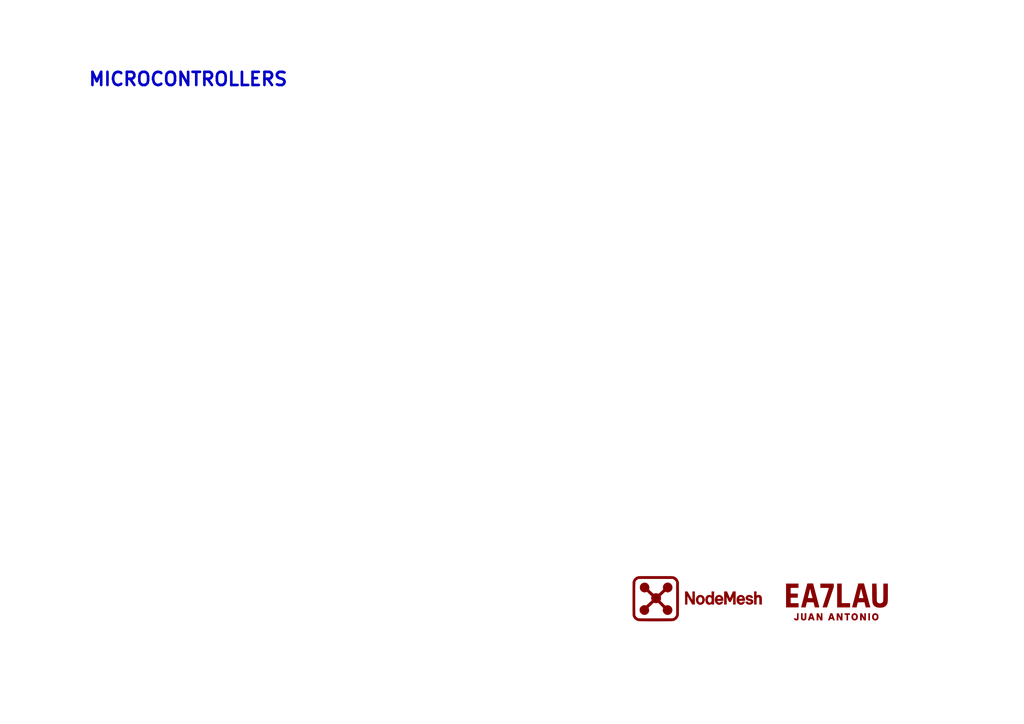
<source format=kicad_sch>
(kicad_sch (version 20250114) (generator "eeschema") (generator_version "9.0")
  (paper "A4")
  (title_block (title "NODEMESHPCB - MICROCONTROLLERS") (date "18/06/2025") (rev "v1.0"))
  (lib_symbols
    (symbol "EA7LAULogo2:LOGO" (pin_names (offset 1.016))
      (symbol "LOGO_0_0"
        (polyline (pts (xy -12.7697 -2.1376) (xy -10.9831 -2.1248) (xy -10.9832 -1.5631) (xy -10.9832 -1.0013) (xy -12.1347 -1.0013) (xy -13.2862 -1.0013) (xy -13.2862 -0.1587) (xy -13.2862 0.6839) (xy -12.2604 0.6839) (xy -11.2346 0.6839) (xy -11.2346 1.2456) (xy -11.2346 1.8073) (xy -12.2604 1.8073) (xy -13.2862 1.8073) (xy -13.2862 2.6612) (xy -13.2862 3.5151) (xy -12.1505 3.5283) (xy -11.0148 3.5414) (xy -11.0011 4.1153) (xy -10.9873 4.6892) (xy -12.7717 4.6892) (xy -14.5562 4.6892) (xy -14.5562 1.2694) (xy -14.5562 -2.1504) (xy -12.7697 -2.1376)) (stroke (width 0.01)) (fill (type outline)))
        (polyline (pts (xy -11.5521 -5.9315) (xy -11.4916 -5.9216) (xy -11.3652 -5.911) (xy -11.3447 -5.9081) (xy -11.2445 -5.8586) (xy -11.1332 -5.7676) (xy -10.9904 -5.6248) (xy -10.9904 -4.7633) (xy -10.9904 -3.9018) (xy -11.1736 -3.9169) (xy -11.3567 -3.9321) (xy -11.3703 -4.6858) (xy -11.3715 -4.7476) (xy -11.3814 -5.0385) (xy -11.3964 -5.27) (xy -11.4154 -5.4295) (xy -11.4373 -5.504) (xy -11.4542 -5.5216) (xy -11.5664 -5.5663) (xy -11.6975 -5.538) (xy -11.8155 -5.442) (xy -11.8209 -5.4351) (xy -11.8942 -5.3581) (xy -11.9681 -5.341) (xy -12.0877 -5.3725) (xy -12.1721 -5.401) (xy -12.2429 -5.4402) (xy -12.2443 -5.4994) (xy -12.1904 -5.6111) (xy -12.1343 -5.7055) (xy -12 -5.8371) (xy -11.8083 -5.9127) (xy -11.6683 -5.9341) (xy -11.5521 -5.9315)) (stroke (width 0.01)) (fill (type outline)))
        (polyline (pts (xy -9.3989 -5.9396) (xy -9.2583 -5.9058) (xy -9.2366 -5.8998) (xy -9.0559 -5.8196) (xy -8.907 -5.7073) (xy -8.7679 -5.5623) (xy -8.7525 -4.735) (xy -8.737 -3.9077) (xy -8.9356 -3.9077) (xy -9.1342 -3.9077) (xy -9.1342 -4.6192) (xy -9.1344 -4.7103) (xy -9.1388 -5.0036) (xy -9.1519 -5.2177) (xy -9.1771 -5.3669) (xy -9.2179 -5.4658) (xy -9.2776 -5.5289) (xy -9.3598 -5.5706) (xy -9.415 -5.5836) (xy -9.5641 -5.5675) (xy -9.7026 -5.4989) (xy -9.7878 -5.3953) (xy -9.7918 -5.3786) (xy -9.8021 -5.2732) (xy -9.8105 -5.0971) (xy -9.8161 -4.8701) (xy -9.8181 -4.6123) (xy -9.8181 -3.9084) (xy -10.0135 -3.916) (xy -10.2089 -3.9237) (xy -10.2089 -4.7019) (xy -10.2087 -4.799) (xy -10.2057 -5.0853) (xy -10.1977 -5.2941) (xy -10.1833 -5.4413) (xy -10.1611 -5.5426) (xy -10.1299 -5.6138) (xy -10.0985 -5.6621) (xy -9.9317 -5.8191) (xy -9.696 -5.9138) (xy -9.5812 -5.9403) (xy -9.4911 -5.9508) (xy -9.3989 -5.9396)) (stroke (width 0.01)) (fill (type outline)))
        (polyline (pts (xy -7.9116 -5.9097) (xy -7.81 -5.894) (xy -7.7552 -5.8377) (xy -7.7119 -5.715) (xy -7.6534 -5.5196) (xy -7.27 -5.5196) (xy -6.8865 -5.5196) (xy -6.8084 -5.715) (xy -6.7909 -5.7575) (xy -6.7353 -5.8598) (xy -6.6636 -5.902) (xy -6.5401 -5.9104) (xy -6.5007 -5.9096) (xy -6.3942 -5.8969) (xy -6.3528 -5.8737) (xy -6.3541 -5.8678) (xy -6.3776 -5.7912) (xy -6.4271 -5.6403) (xy -6.4979 -5.4293) (xy -6.5851 -5.1727) (xy -6.6839 -4.8846) (xy -7.0122 -3.9321) (xy -7.2767 -3.9321) (xy -7.5412 -3.9321) (xy -7.865 -4.9212) (xy -7.913 -5.0678) (xy -7.5102 -5.0678) (xy -7.4937 -5.0193) (xy -7.4535 -4.8957) (xy -7.4035 -4.7381) (xy -7.3676 -4.6236) (xy -7.3224 -4.4814) (xy -7.2948 -4.3961) (xy -7.282 -4.3985) (xy -7.245 -4.4646) (xy -7.1942 -4.5829) (xy -7.1386 -4.729) (xy -7.0875 -4.8787) (xy -7.0498 -5.0079) (xy -7.0345 -5.0922) (xy -7.0523 -5.1058) (xy -7.1424 -5.1224) (xy -7.2833 -5.1288) (xy -7.3971 -5.1254) (xy -7.4929 -5.1063) (xy -7.5102 -5.0678) (xy -7.913 -5.0678) (xy -8.1888 -5.9104) (xy -7.9796 -5.9104) (xy -7.9116 -5.9097)) (stroke (width 0.01)) (fill (type outline)))
        (polyline (pts (xy -5.2646 -5.2387) (xy -5.251 -4.5671) (xy -4.9099 -5.2387) (xy -4.5688 -5.9104) (xy -4.3105 -5.9104) (xy -4.0522 -5.9104) (xy -4.0655 -4.9212) (xy -4.0787 -3.9321) (xy -4.2618 -3.9169) (xy -4.445 -3.9018) (xy -4.445 -4.5983) (xy -4.4455 -4.6998) (xy -4.4501 -4.9303) (xy -4.4592 -5.1087) (xy -4.4717 -5.2198) (xy -4.4867 -5.2485) (xy -4.4916 -5.2421) (xy -4.5375 -5.1659) (xy -4.6163 -5.0245) (xy -4.7183 -4.8353) (xy -4.8338 -4.6159) (xy -4.8596 -4.5666) (xy -4.9745 -4.3499) (xy -5.0746 -4.1655) (xy -5.1501 -4.0316) (xy -5.191 -3.9663) (xy -5.1949 -3.9619) (xy -5.2881 -3.9232) (xy -5.4421 -3.9175) (xy -5.6417 -3.9321) (xy -5.655 -4.9212) (xy -5.6682 -5.9104) (xy -5.4732 -5.9104) (xy -5.2782 -5.9104) (xy -5.2646 -5.2387)) (stroke (width 0.01)) (fill (type outline)))
        (polyline (pts (xy -5.1961 -2.1463) (xy -5.0683 -2.1289) (xy -5.0047 -2.0866) (xy -4.9929 -2.0086) (xy -5.0203 -1.8842) (xy -5.0746 -1.7025) (xy -5.1105 -1.5765) (xy -5.1675 -1.3694) (xy -5.2407 -1.0996) (xy -5.3256 -0.7829) (xy -5.4181 -0.4354) (xy -5.5138 -0.0733) (xy -5.5378 0.0179) (xy -5.646 0.4287) (xy -5.7707 0.9019) (xy -5.9053 1.4118) (xy -6.043 1.9329) (xy -6.1769 2.4396) (xy -6.3004 2.9064) (xy -6.3885 3.2406) (xy -6.484 3.6074) (xy -6.5686 3.9369) (xy -6.6395 4.2175) (xy -6.6936 4.4379) (xy -6.7283 4.5868) (xy -6.7405 4.6526) (xy -6.742 4.6691) (xy -6.7595 4.696) (xy -6.8073 4.7148) (xy -6.8989 4.7271) (xy -7.0477 4.7341) (xy -7.2673 4.7373) (xy -7.5712 4.7381) (xy -7.7218 4.7378) (xy -7.9971 4.7348) (xy -8.1912 4.7277) (xy -8.3157 4.7158) (xy -8.382 4.698) (xy -8.4016 4.6735) (xy -8.4136 4.6111) (xy -8.4482 4.4631) (xy -8.5033 4.2384) (xy -8.5764 3.9457) (xy -8.6653 3.5941) (xy -8.7677 3.1924) (xy -8.8813 2.7494) (xy -9.0039 2.274) (xy -9.1331 1.7751) (xy -9.2666 1.2616) (xy -9.4022 0.7423) (xy -9.4549 0.5413) (xy -8.2948 0.5413) (xy -8.2935 0.574) (xy -8.2922 0.5791) (xy -8.2716 0.6618) (xy -8.2313 0.8243) (xy -8.1745 1.0536) (xy -8.1044 1.337) (xy -8.0242 1.6615) (xy -7.937 2.0142) (xy -7.9178 2.0918) (xy -7.8327 2.4318) (xy -7.7552 2.7353) (xy -7.6884 2.9904) (xy -7.6354 3.1857) (xy -7.5993 3.3094) (xy -7.5832 3.3499) (xy -7.5728 3.3234) (xy -7.5429 3.2184) (xy -7.5008 3.0535) (xy -7.4521 2.8499) (xy -7.4207 2.7179) (xy -7.3621 2.4789) (xy -7.2924 2.2011) (xy -7.216 1.901) (xy -7.1372 1.5955) (xy -7.0604 1.3012) (xy -6.9899 1.0349) (xy -6.93 0.8132) (xy -6.8851 0.6529) (xy -6.8596 0.5707) (xy -6.8578 0.5658) (xy -6.8565 0.5357) (xy -6.8852 0.5145) (xy -6.9576 0.5008) (xy -7.0871 0.4929) (xy -7.2873 0.4893) (xy -7.5716 0.4885) (xy -7.6361 0.4885) (xy -7.9025 0.4897) (xy -8.0878 0.494) (xy -8.2057 0.5029) (xy -8.2701 0.5181) (xy -8.2948 0.5413) (xy -9.4549 0.5413) (xy -9.5376 0.2261) (xy -9.6705 -0.2781) (xy -9.7986 -0.7615) (xy -9.9196 -1.2151) (xy -9.9241 -1.2319) (xy -9.9986 -1.5112) (xy -10.0634 -1.7556) (xy -10.1145 -1.9503) (xy -10.148 -2.0804) (xy -10.16 -2.131) (xy -10.1596 -2.1317) (xy -10.106 -2.1385) (xy -9.9749 -2.1441) (xy -9.785 -2.1478) (xy -9.5548 -2.1492) (xy -8.9496 -2.1492) (xy -8.8496 -1.7707) (xy -8.7916 -1.5457) (xy -8.7216 -1.2647) (xy -8.6611 -1.0129) (xy -8.5725 -0.6337) (xy -7.5727 -0.6466) (xy -6.5728 -0.6594) (xy -6.4426 -1.1967) (xy -6.3994 -1.374) (xy -6.3414 -1.6082) (xy -6.2911 -1.8074) (xy -6.2561 -1.9416) (xy -6.1997 -2.1492) (xy -5.591 -2.1492) (xy -5.4006 -2.1496) (xy -5.1961 -2.1463)) (stroke (width 0.01)) (fill (type outline)))
        (polyline (pts (xy -3.3171 -2.1386) (xy -2.7145 -2.1248) (xy -2.6671 -1.9538) (xy -2.6365 -1.8508) (xy -2.5743 -1.653) (xy -2.4873 -1.3824) (xy -2.3789 -1.0499) (xy -2.2528 -0.6661) (xy -2.1124 -0.2418) (xy -1.9613 0.2124) (xy -1.803 0.6858) (xy -1.6411 1.1675) (xy -1.4792 1.647) (xy -1.3207 2.1135) (xy -0.7753 3.7141) (xy -0.7906 4.1894) (xy -0.806 4.6648) (xy -2.6988 4.6776) (xy -4.5916 4.6904) (xy -4.5916 4.1037) (xy -4.5916 3.5169) (xy -3.346 3.5169) (xy -3.0518 3.5162) (xy -2.7438 3.5135) (xy -2.4817 3.5092) (xy -2.2785 3.5036) (xy -2.1471 3.497) (xy -2.1004 3.4896) (xy -2.1108 3.4537) (xy -2.1494 3.3333) (xy -2.2133 3.1374) (xy -2.2997 2.8754) (xy -2.4053 2.5565) (xy -2.527 2.1902) (xy -2.6619 1.7858) (xy -2.8067 1.3525) (xy -2.965 0.8788) (xy -3.1895 0.2025) (xy -3.3842 -0.3896) (xy -3.5487 -0.8962) (xy -3.6824 -1.316) (xy -3.7851 -1.6476) (xy -3.8562 -1.8896) (xy -3.8953 -2.0409) (xy -3.9197 -2.1523) (xy -3.3171 -2.1386)) (stroke (width 0.01)) (fill (type outline)))
        (polyline (pts (xy -0.6327 -5.9085) (xy -0.5299 -5.894) (xy -0.4966 -5.8698) (xy -0.4993 -5.8626) (xy -0.5279 -5.783) (xy -0.5825 -5.6295) (xy -0.6579 -5.4163) (xy -0.7492 -5.1579) (xy -0.8512 -4.8684) (xy -1.1894 -3.9077) (xy -1.4373 -3.9078) (xy -1.6852 -3.908) (xy -2.0002 -4.8481) (xy -2.0198 -4.9066) (xy -2.082 -5.0922) (xy -1.6601 -5.0922) (xy -1.6595 -5.0865) (xy -1.64 -5.0097) (xy -1.5991 -4.8705) (xy -1.5443 -4.6945) (xy -1.4291 -4.3335) (xy -1.318 -4.6701) (xy -1.3141 -4.682) (xy -1.2566 -4.8551) (xy -1.2101 -4.9933) (xy -1.1844 -5.0678) (xy -1.188 -5.0959) (xy -1.2568 -5.1211) (xy -1.4113 -5.1288) (xy -1.5041 -5.1262) (xy -1.6165 -5.1129) (xy -1.6601 -5.0922) (xy -2.082 -5.0922) (xy -2.1149 -5.1905) (xy -2.199 -5.4417) (xy -2.267 -5.6453) (xy -2.3141 -5.7861) (xy -2.3351 -5.8493) (xy -2.3372 -5.8621) (xy -2.293 -5.8986) (xy -2.1598 -5.9104) (xy -2.1133 -5.9099) (xy -2.0071 -5.8946) (xy -1.9435 -5.8383) (xy -1.8863 -5.715) (xy -1.8081 -5.5196) (xy -1.4189 -5.5196) (xy -1.0297 -5.5196) (xy -0.9712 -5.715) (xy -0.9483 -5.7877) (xy -0.9046 -5.8722) (xy -0.8322 -5.9049) (xy -0.6965 -5.9104) (xy -0.6327 -5.9085)) (stroke (width 0.01)) (fill (type outline)))
        (polyline (pts (xy 1.7584 -4.9116) (xy 1.7584 -3.9077) (xy 1.5644 -3.9077) (xy 1.3704 -3.9077) (xy 1.3568 -4.5949) (xy 1.3433 -5.2822) (xy 0.9934 -4.6072) (xy 0.6435 -3.9321) (xy 0.4072 -3.9321) (xy 0.1709 -3.9321) (xy 0.1577 -4.9212) (xy 0.1445 -5.9104) (xy 0.3409 -5.9104) (xy 0.5373 -5.9104) (xy 0.5373 -5.2509) (xy 0.5375 -5.1828) (xy 0.5413 -4.951) (xy 0.5493 -4.7639) (xy 0.5605 -4.639) (xy 0.5739 -4.594) (xy 0.5844 -4.6033) (xy 0.635 -4.6803) (xy 0.7163 -4.8225) (xy 0.8196 -5.0146) (xy 0.9364 -5.2413) (xy 1.2622 -5.8859) (xy 1.5103 -5.9007) (xy 1.7584 -5.9155) (xy 1.7584 -4.9116)) (stroke (width 0.01)) (fill (type outline)))
        (polyline (pts (xy 3.3704 -5.1044) (xy 3.3704 -4.2984) (xy 3.642 -4.2984) (xy 3.9136 -4.2984) (xy 3.8984 -4.1153) (xy 3.8833 -3.9321) (xy 3.175 -3.9321) (xy 2.4667 -3.9321) (xy 2.4516 -4.1153) (xy 2.4364 -4.2984) (xy 2.708 -4.2984) (xy 2.9796 -4.2984) (xy 2.9796 -5.1044) (xy 2.9796 -5.9104) (xy 3.175 -5.9104) (xy 3.3704 -5.9104) (xy 3.3704 -5.1044)) (stroke (width 0.01)) (fill (type outline)))
        (polyline (pts (xy 3.9565 -1.5631) (xy 3.9565 -0.9769) (xy 2.7354 -0.9769) (xy 1.5142 -0.9769) (xy 1.5142 1.8562) (xy 1.5142 4.6892) (xy 0.9036 4.6892) (xy 0.2931 4.6892) (xy 0.2931 1.27) (xy 0.2931 -2.1492) (xy 2.1248 -2.1492) (xy 3.9565 -2.1492) (xy 3.9565 -1.5631)) (stroke (width 0.01)) (fill (type outline)))
        (polyline (pts (xy 5.4699 -5.9173) (xy 5.7247 -5.8351) (xy 5.9386 -5.6957) (xy 6.0873 -5.508) (xy 6.1272 -5.4056) (xy 6.1725 -5.1917) (xy 6.1947 -4.9474) (xy 6.1908 -4.7129) (xy 6.1579 -4.5282) (xy 6.0865 -4.3663) (xy 5.9147 -4.1484) (xy 5.6904 -3.9957) (xy 5.4322 -3.9157) (xy 5.1582 -3.916) (xy 4.8868 -4.0043) (xy 4.6763 -4.1615) (xy 4.518 -4.3876) (xy 4.4234 -4.6626) (xy 4.408 -4.8509) (xy 4.8463 -4.8509) (xy 4.882 -4.6391) (xy 4.9575 -4.4637) (xy 5.0726 -4.3512) (xy 5.0954 -4.3399) (xy 5.2803 -4.2973) (xy 5.4657 -4.3242) (xy 5.6129 -4.4159) (xy 5.6303 -4.4355) (xy 5.7354 -4.6234) (xy 5.7835 -4.8495) (xy 5.7754 -5.0839) (xy 5.7117 -5.2968) (xy 5.5927 -5.4585) (xy 5.432 -5.5438) (xy 5.2395 -5.5646) (xy 5.0632 -5.5131) (xy 4.9807 -5.4401) (xy 4.8955 -5.2779) (xy 4.8507 -5.0727) (xy 4.8463 -4.8509) (xy 4.408 -4.8509) (xy 4.3983 -4.9694) (xy 4.4485 -5.291) (xy 4.522 -5.4611) (xy 4.6639 -5.6546) (xy 4.8393 -5.8116) (xy 5.0206 -5.9027) (xy 5.1983 -5.9332) (xy 5.4699 -5.9173)) (stroke (width 0.01)) (fill (type outline)))
        (polyline (pts (xy 5.9789 -1.5508) (xy 5.9792 -1.5495) (xy 6.0353 -1.3059) (xy 6.0863 -1.0846) (xy 6.1267 -0.9099) (xy 6.1509 -0.8059) (xy 6.1852 -0.6594) (xy 7.1874 -0.6462) (xy 8.1896 -0.633) (xy 8.373 -1.3911) (xy 8.5564 -2.1492) (xy 9.1924 -2.1492) (xy 9.3949 -2.1487) (xy 9.5906 -2.1455) (xy 9.7139 -2.1374) (xy 9.7795 -2.1225) (xy 9.8019 -2.0986) (xy 9.7956 -2.0637) (xy 9.7953 -2.0629) (xy 9.7722 -1.9879) (xy 9.7288 -1.8352) (xy 9.6697 -1.6212) (xy 9.5994 -1.3622) (xy 9.5224 -1.0746) (xy 9.5215 -1.071) (xy 9.4437 -0.7786) (xy 9.3468 -0.4149) (xy 9.2371 -0.0029) (xy 9.1206 0.4346) (xy 9.0033 0.8747) (xy 8.8914 1.2944) (xy 8.7816 1.7073) (xy 8.6621 2.159) (xy 8.5424 2.6132) (xy 8.4289 3.0458) (xy 8.3279 3.4324) (xy 8.2459 3.749) (xy 7.9911 4.7381) (xy 7.195 4.7381) (xy 7.0076 4.7373) (xy 6.7655 4.7337) (xy 6.5726 4.7278) (xy 6.445 4.7199) (xy 6.3988 4.7108) (xy 6.3982 4.7064) (xy 6.3813 4.6337) (xy 6.3442 4.4843) (xy 6.2905 4.2727) (xy 6.224 4.0137) (xy 6.1482 3.7216) (xy 6.1083 3.5687) (xy 6.0126 3.201) (xy 5.9034 2.781) (xy 5.7879 2.3369) (xy 5.6737 1.8971) (xy 5.5679 1.4898) (xy 5.3971 0.8325) (xy 5.3257 0.5585) (xy 6.4641 0.5585) (xy 6.4647 0.5601) (xy 6.4845 0.6304) (xy 6.5242 0.7819) (xy 6.5804 1.0013) (xy 6.6497 1.2759) (xy 6.7289 1.5926) (xy 6.8148 1.9384) (xy 6.8207 1.9624) (xy 6.9063 2.3069) (xy 6.985 2.6216) (xy 7.0537 2.8934) (xy 7.1091 3.1093) (xy 7.1477 3.2564) (xy 7.1664 3.3216) (xy 7.1756 3.3362) (xy 7.2059 3.31) (xy 7.2413 3.1994) (xy 7.2485 3.1697) (xy 7.2874 3.0113) (xy 7.342 2.7908) (xy 7.4084 2.5238) (xy 7.4827 2.226) (xy 7.561 1.9132) (xy 7.6393 1.6009) (xy 7.7136 1.305) (xy 7.7801 1.0411) (xy 7.8349 0.8249) (xy 7.8739 0.6721) (xy 7.8932 0.5984) (xy 7.9245 0.4885) (xy 7.1808 0.4885) (xy 6.995 0.4889) (xy 6.7601 0.4921) (xy 6.6024 0.4994) (xy 6.509 0.512) (xy 6.4671 0.5313) (xy 6.4641 0.5585) (xy 5.3257 0.5585) (xy 5.2317 0.1975) (xy 5.0892 -0.3479) (xy 4.9689 -0.8061) (xy 4.8701 -1.1798) (xy 4.7922 -1.4717) (xy 4.7344 -1.6842) (xy 4.731 -1.6965) (xy 4.6852 -1.8717) (xy 4.6527 -2.0117) (xy 4.6404 -2.0872) (xy 4.643 -2.0974) (xy 4.6868 -2.1219) (xy 4.7933 -2.1379) (xy 4.9741 -2.1466) (xy 5.2408 -2.1492) (xy 5.8412 -2.1492) (xy 5.9789 -1.5508)) (stroke (width 0.01)) (fill (type outline)))
        (polyline (pts (xy 7.3377 -5.2504) (xy 7.3513 -4.5904) (xy 7.6933 -5.2495) (xy 8.0352 -5.9086) (xy 8.2926 -5.9095) (xy 8.5501 -5.9104) (xy 8.5369 -4.9212) (xy 8.5236 -3.9321) (xy 8.3405 -3.9169) (xy 8.324 -3.9157) (xy 8.1972 -3.9222) (xy 8.1547 -3.9658) (xy 8.1546 -3.9702) (xy 8.1541 -4.0529) (xy 8.1545 -4.2098) (xy 8.1555 -4.4201) (xy 8.1573 -4.6632) (xy 8.1575 -4.7154) (xy 8.1555 -4.9391) (xy 8.1484 -5.1153) (xy 8.1373 -5.2272) (xy 8.1232 -5.2582) (xy 8.1121 -5.2431) (xy 8.0588 -5.1545) (xy 7.9732 -5.0029) (xy 7.8645 -4.8046) (xy 7.7417 -4.5759) (xy 7.3995 -3.9321) (xy 7.1647 -3.9321) (xy 6.9299 -3.9321) (xy 6.9208 -4.9212) (xy 6.9117 -5.9104) (xy 7.1179 -5.9104) (xy 7.3241 -5.9104) (xy 7.3377 -5.2504)) (stroke (width 0.01)) (fill (type outline)))
        (polyline (pts (xy 9.7204 -4.909) (xy 9.7204 -3.9077) (xy 9.525 -3.9077) (xy 9.3296 -3.9077) (xy 9.3296 -4.909) (xy 9.3296 -5.9104) (xy 9.525 -5.9104) (xy 9.7204 -5.9104) (xy 9.7204 -4.909)) (stroke (width 0.01)) (fill (type outline)))
        (polyline (pts (xy 11.4869 -5.9217) (xy 11.7358 -5.8339) (xy 11.9429 -5.6901) (xy 12.0841 -5.4995) (xy 12.1309 -5.3826) (xy 12.1925 -5.0865) (xy 12.1914 -4.7767) (xy 12.1297 -4.4841) (xy 12.0091 -4.2397) (xy 11.9028 -4.1227) (xy 11.6873 -3.9887) (xy 11.4351 -3.919) (xy 11.1707 -3.9159) (xy 10.9185 -3.9816) (xy 10.7031 -4.1185) (xy 10.6264 -4.202) (xy 10.496 -4.4352) (xy 10.4209 -4.7183) (xy 10.4136 -4.8677) (xy 10.8189 -4.8677) (xy 10.863 -4.6448) (xy 10.9589 -4.464) (xy 11.0978 -4.3427) (xy 11.2707 -4.2984) (xy 11.2874 -4.2986) (xy 11.4992 -4.3424) (xy 11.6506 -4.4629) (xy 11.7415 -4.66) (xy 11.7719 -4.9334) (xy 11.7712 -4.9752) (xy 11.7352 -5.2132) (xy 11.652 -5.4014) (xy 11.5304 -5.5181) (xy 11.4296 -5.5579) (xy 11.2396 -5.5643) (xy 11.0653 -5.4899) (xy 10.9261 -5.3454) (xy 10.841 -5.141) (xy 10.8356 -5.1153) (xy 10.8189 -4.8677) (xy 10.4136 -4.8677) (xy 10.4059 -5.0271) (xy 10.4559 -5.3373) (xy 10.5103 -5.4661) (xy 10.646 -5.6537) (xy 10.8206 -5.8117) (xy 11.0029 -5.9074) (xy 11.2203 -5.9445) (xy 11.4869 -5.9217)) (stroke (width 0.01)) (fill (type outline)))
        (polyline (pts (xy 13.1005 -2.2083) (xy 13.3825 -2.1758) (xy 13.5995 -2.1278) (xy 13.7839 -2.0603) (xy 14.1452 -1.8618) (xy 14.4357 -1.5966) (xy 14.6572 -1.2634) (xy 14.6719 -1.2342) (xy 14.7198 -1.1308) (xy 14.7605 -1.0237) (xy 14.7944 -0.9041) (xy 14.8222 -0.7636) (xy 14.8445 -0.5937) (xy 14.8619 -0.3857) (xy 14.875 -0.1313) (xy 14.8844 0.1782) (xy 14.8908 0.5512) (xy 14.8946 0.9963) (xy 14.8965 1.5221) (xy 14.8972 2.137) (xy 14.8981 4.6892) (xy 14.2875 4.6892) (xy 13.6769 4.6892) (xy 13.6766 2.2347) (xy 13.6758 1.6656) (xy 13.6726 1.0767) (xy 13.6672 0.5849) (xy 13.6595 0.1902) (xy 13.6494 -0.1077) (xy 13.6371 -0.309) (xy 13.6224 -0.4141) (xy 13.5992 -0.4845) (xy 13.4632 -0.714) (xy 13.2588 -0.8903) (xy 13.001 -1.0061) (xy 12.7049 -1.0539) (xy 12.3854 -1.0264) (xy 12.3413 -1.0166) (xy 12.0862 -0.9243) (xy 11.9007 -0.7784) (xy 11.7668 -0.5656) (xy 11.7626 -0.556) (xy 11.739 -0.4944) (xy 11.72 -0.4213) (xy 11.7053 -0.3258) (xy 11.6942 -0.1972) (xy 11.6862 -0.0248) (xy 11.6809 0.2023) (xy 11.6776 0.4947) (xy 11.6758 0.8633) (xy 11.6751 1.3189) (xy 11.6748 1.5089) (xy 11.6727 1.9601) (xy 11.6689 2.4134) (xy 11.6636 2.8488) (xy 11.6572 3.2464) (xy 11.6499 3.5861) (xy 11.6419 3.8481) (xy 11.6099 4.6921) (xy 11.0193 4.6785) (xy 10.4286 4.6648) (xy 10.4446 2.1248) (xy 10.4455 1.9829) (xy 10.4499 1.4897) (xy 10.4556 1.0216) (xy 10.4624 0.589) (xy 10.4701 0.2023) (xy 10.4784 -0.1282) (xy 10.4872 -0.3921) (xy 10.4963 -0.579) (xy 10.5053 -0.6787) (xy 10.5141 -0.7263) (xy 10.6096 -1.053) (xy 10.7552 -1.364) (xy 10.9325 -1.6186) (xy 11.1202 -1.7847) (xy 11.3776 -1.9442) (xy 11.6727 -2.0788) (xy 11.9753 -2.1725) (xy 12.1791 -2.2047) (xy 12.4672 -2.2237) (xy 12.7849 -2.2246) (xy 13.1005 -2.2083)) (stroke (width 0.01)) (fill (type outline)))
      )
    )
    (symbol "NodeMeshLogo:LOGO" (pin_names (offset 1.016))
      (symbol "LOGO_0_0"
        (polyline (pts (xy -10.9062 -6.1575) (xy -10.3377 -6.1565) (xy -9.7866 -6.155) (xy -9.2599 -6.1529) (xy -8.7647 -6.1504) (xy -8.3081 -6.1473) (xy -7.8971 -6.1438) (xy -7.5389 -6.1397) (xy -7.2404 -6.1351) (xy -7.0087 -6.13) (xy -6.851 -6.1244) (xy -6.7742 -6.1182) (xy -6.5971 -6.0745) (xy -6.2581 -5.9406) (xy -5.9364 -5.7539) (xy -5.6664 -5.5325) (xy -5.5169 -5.3625) (xy -5.3104 -5.0474) (xy -5.154 -4.7023) (xy -5.0637 -4.3581) (xy -5.0583 -4.3001) (xy -5.0513 -4.1491) (xy -5.0451 -3.9229) (xy -5.0394 -3.6288) (xy -5.0345 -3.2744) (xy -5.0302 -2.867) (xy -5.0265 -2.414) (xy -5.0235 -1.923) (xy -5.0212 -1.4012) (xy -5.0195 -0.8562) (xy -5.0185 -0.2953) (xy -5.0181 0.274) (xy -5.0184 0.8443) (xy -5.0193 1.4082) (xy -5.0209 1.9583) (xy -5.0231 2.4872) (xy -5.026 2.9873) (xy -5.0295 3.4514) (xy -5.0337 3.872) (xy -5.0386 4.2416) (xy -5.044 4.5529) (xy -5.0502 4.7984) (xy -5.0569 4.9707) (xy -5.0644 5.0624) (xy -5.0778 5.1367) (xy -5.1881 5.4997) (xy -5.3633 5.8474) (xy -5.591 6.162) (xy -5.8585 6.4257) (xy -6.1535 6.6204) (xy -6.1841 6.636) (xy -6.2543 6.6718) (xy -6.3203 6.7038) (xy -6.3874 6.732) (xy -6.4607 6.7568) (xy -6.5451 6.7784) (xy -6.646 6.797) (xy -6.7684 6.8127) (xy -6.9174 6.826) (xy -7.0981 6.8369) (xy -7.3157 6.8457) (xy -7.5752 6.8526) (xy -7.8818 6.8579) (xy -8.2407 6.8617) (xy -8.6569 6.8643) (xy -9.1355 6.866) (xy -9.6817 6.8669) (xy -10.3005 6.8672) (xy -10.9972 6.8673) (xy -11.7768 6.8672) (xy -12.1687 6.8673) (xy -12.9033 6.8673) (xy -13.5576 6.8672) (xy -14.1366 6.8667) (xy -14.6454 6.8656) (xy -15.0892 6.8637) (xy -15.4731 6.8607) (xy -15.8022 6.8564) (xy -16.0817 6.8507) (xy -16.3166 6.8432) (xy -16.5122 6.8338) (xy -16.6734 6.8221) (xy -16.8055 6.8081) (xy -16.9136 6.7915) (xy -17.0027 6.772) (xy -17.0781 6.7495) (xy -17.1448 6.7236) (xy -17.208 6.6943) (xy -17.2727 6.6612) (xy -17.3442 6.6241) (xy -17.3982 6.5953) (xy -17.7096 6.3742) (xy -17.982 6.0872) (xy -18.2023 5.7505) (xy -18.3573 5.3801) (xy -18.3635 5.3596) (xy -18.3767 5.3122) (xy -18.3883 5.26) (xy -18.3985 5.1977) (xy -18.4074 5.12) (xy -18.4151 5.0219) (xy -18.4217 4.8981) (xy -18.4272 4.7435) (xy -18.4317 4.5528) (xy -18.4354 4.3208) (xy -18.4383 4.0423) (xy -18.4406 3.7122) (xy -18.4422 3.3252) (xy -18.4434 2.8762) (xy -18.4441 2.3599) (xy -18.4445 1.7711) (xy -18.4447 1.1048) (xy -18.4447 0.3555) (xy -18.4447 0.2154) (xy -18.4448 -0.5336) (xy -18.4447 -1.0978) (xy -17.7405 -1.0978) (xy -17.7404 -0.4265) (xy -17.7404 0.3277) (xy -17.7404 0.5231) (xy -17.7405 1.264) (xy -17.7405 1.9232) (xy -17.74 2.5059) (xy -17.7389 3.0173) (xy -17.7367 3.4625) (xy -17.7333 3.8467) (xy -17.7282 4.175) (xy -17.7212 4.4525) (xy -17.7121 4.6844) (xy -17.7004 4.8758) (xy -17.6859 5.032) (xy -17.6684 5.1579) (xy -17.6474 5.2589) (xy -17.6228 5.34) (xy -17.5942 5.4063) (xy -17.5613 5.4631) (xy -17.5238 5.5154) (xy -17.4814 5.5684) (xy -17.4339 5.6273) (xy -17.2788 5.7906) (xy -17.0055 5.9714) (xy -16.7499 6.0969) (xy -11.7536 6.0969) (xy -6.7572 6.0969) (xy -6.5506 5.9951) (xy -6.3103 5.8433) (xy -6.0716 5.6127) (xy -5.8952 5.3448) (xy -5.7887 5.1284) (xy -5.7771 0.403) (xy -5.7656 -4.3224) (xy -5.8796 -4.5765) (xy -5.889 -4.5971) (xy -6.0661 -4.8799) (xy -6.3035 -5.1183) (xy -6.5811 -5.2914) (xy -6.8012 -5.3925) (xy -11.7095 -5.401) (xy -12.5033 -5.4022) (xy -13.2144 -5.4028) (xy -13.8461 -5.4028) (xy -14.4028 -5.4023) (xy -14.8888 -5.401) (xy -15.3085 -5.399) (xy -15.6662 -5.3963) (xy -15.9662 -5.3928) (xy -16.2129 -5.3884) (xy -16.4106 -5.3831) (xy -16.5637 -5.377) (xy -16.6765 -5.3698) (xy -16.7533 -5.3617) (xy -16.7985 -5.3525) (xy -16.8714 -5.3263) (xy -17.1069 -5.2034) (xy -17.3239 -5.0387) (xy -17.4878 -4.8571) (xy -17.489 -4.8554) (xy -17.5284 -4.7996) (xy -17.5635 -4.7492) (xy -17.5945 -4.6988) (xy -17.6216 -4.6433) (xy -17.6452 -4.5775) (xy -17.6654 -4.4962) (xy -17.6825 -4.3942) (xy -17.6969 -4.2664) (xy -17.7086 -4.1076) (xy -17.7181 -3.9125) (xy -17.7254 -3.6761) (xy -17.731 -3.393) (xy -17.735 -3.0582) (xy -17.7377 -2.6665) (xy -17.7393 -2.2127) (xy -17.7402 -1.6915) (xy -17.7405 -1.0978) (xy -18.4447 -1.0978) (xy -18.4447 -1.2007) (xy -18.4443 -1.791) (xy -18.4434 -2.3099) (xy -18.4416 -2.7626) (xy -18.4388 -3.1541) (xy -18.4348 -3.4899) (xy -18.4292 -3.775) (xy -18.4219 -4.0148) (xy -18.4126 -4.2143) (xy -18.4011 -4.3789) (xy -18.3872 -4.5137) (xy -18.3706 -4.624) (xy -18.351 -4.7149) (xy -18.3284 -4.7918) (xy -18.3023 -4.8597) (xy -18.2727 -4.924) (xy -18.2392 -4.9898) (xy -18.2016 -5.0624) (xy -18.064 -5.2881) (xy -17.8027 -5.5842) (xy -17.4838 -5.8278) (xy -17.1211 -6.009) (xy -16.7279 -6.1182) (xy -16.662 -6.1237) (xy -16.5107 -6.1293) (xy -16.285 -6.1345) (xy -15.9918 -6.1392) (xy -15.6383 -6.1433) (xy -15.2315 -6.1469) (xy -14.7784 -6.1501) (xy -14.2862 -6.1527) (xy -13.7619 -6.1547) (xy -13.2125 -6.1563) (xy -12.6452 -6.1574) (xy -12.067 -6.1579) (xy -11.485 -6.1579) (xy -10.9062 -6.1575)) (stroke (width 0.01)) (fill (type outline)))
        (polyline (pts (xy -7.9901 -4.2927) (xy -7.6963 -4.1847) (xy -7.4388 -4.0127) (xy -7.2274 -3.7858) (xy -7.0715 -3.513) (xy -6.9809 -3.2033) (xy -6.9652 -2.8658) (xy -6.9709 -2.8026) (xy -7.0473 -2.4619) (xy -7.192 -2.1661) (xy -7.397 -1.9229) (xy -7.6543 -1.74) (xy -7.956 -1.625) (xy -8.2939 -1.5857) (xy -8.564 -1.6053) (xy -8.788 -1.6693) (xy -8.97 -1.7519) (xy -9.7023 -1.0155) (xy -10.4346 -0.2791) (xy -10.347 -0.081) (xy -10.2525 0.2096) (xy -10.2285 0.5348) (xy -10.2922 0.8554) (xy -10.3807 1.1166) (xy -10.0436 1.4268) (xy -9.9663 1.4983) (xy -9.7625 1.6887) (xy -9.5467 1.8922) (xy -9.3544 2.0756) (xy -9.0023 2.414) (xy -8.6941 2.3062) (xy -8.6922 2.3055) (xy -8.4866 2.243) (xy -8.3187 2.2174) (xy -8.1497 2.2227) (xy -7.8834 2.2751) (xy -7.5782 2.4082) (xy -7.3218 2.6074) (xy -7.1219 2.8648) (xy -6.9861 3.172) (xy -6.9223 3.521) (xy -6.931 3.7835) (xy -7.0148 4.1013) (xy -7.1728 4.3914) (xy -7.397 4.6403) (xy -7.6799 4.8346) (xy -7.8064 4.8942) (xy -7.928 4.9299) (xy -8.0739 4.9468) (xy -8.2759 4.9511) (xy -8.4771 4.9469) (xy -8.6224 4.9302) (xy -8.7429 4.8948) (xy -8.8702 4.8345) (xy -9.0466 4.7249) (xy -9.2958 4.4964) (xy -9.4797 4.2239) (xy -9.5926 3.9198) (xy -9.629 3.5964) (xy -9.5831 3.2662) (xy -9.5202 3.0327) (xy -10.0096 2.5583) (xy -10.0778 2.4923) (xy -10.2669 2.3104) (xy -10.4454 2.1403) (xy -10.5957 1.9985) (xy -10.7005 1.9017) (xy -10.902 1.7195) (xy -11.1302 1.8062) (xy -11.2397 1.8414) (xy -11.5466 1.8892) (xy -11.8651 1.8774) (xy -12.157 1.8061) (xy -12.3854 1.7194) (xy -12.6087 1.9153) (xy -12.6219 1.9269) (xy -12.7468 2.0394) (xy -12.9124 2.1917) (xy -13.0988 2.3651) (xy -13.2859 2.5413) (xy -13.7398 2.9714) (xy -13.667 3.2526) (xy -13.6563 3.2961) (xy -13.6179 3.5886) (xy -13.6492 3.8673) (xy -13.7531 4.162) (xy -13.8513 4.3476) (xy -14.0602 4.6096) (xy -14.3178 4.7989) (xy -14.6211 4.9135) (xy -14.9671 4.9514) (xy -15.1064 4.9448) (xy -15.4427 4.8718) (xy -15.7403 4.7216) (xy -15.9923 4.4985) (xy -16.1915 4.2068) (xy -16.2401 4.0932) (xy -16.3001 3.8348) (xy -16.3164 3.5497) (xy -16.2883 3.2711) (xy -16.2152 3.032) (xy -16.0651 2.7807) (xy -15.8297 2.5315) (xy -15.5467 2.346) (xy -15.4658 2.3083) (xy -15.3194 2.2562) (xy -15.1668 2.2318) (xy -14.9673 2.2266) (xy -14.8767 2.229) (xy -14.6419 2.2541) (xy -14.4666 2.303) (xy -14.2963 2.377) (xy -14.1364 2.2396) (xy -14.0881 2.1965) (xy -13.9702 2.0866) (xy -13.8136 1.9377) (xy -13.633 1.7635) (xy -13.443 1.578) (xy -12.9094 1.0537) (xy -12.9679 0.89) (xy -12.9733 0.8744) (xy -13.0207 0.6195) (xy -13.0118 0.3349) (xy -12.9475 0.0551) (xy -12.8676 -0.176) (xy -13.6581 -0.9134) (xy -13.8669 -1.1068) (xy -14.096 -1.3139) (xy -14.2726 -1.4663) (xy -14.4024 -1.5683) (xy -14.4906 -1.6245) (xy -14.5427 -1.6393) (xy -14.6969 -1.6214) (xy -14.9649 -1.5985) (xy -15.1737 -1.5951) (xy -15.3414 -1.6115) (xy -15.4861 -1.6477) (xy -15.6163 -1.7024) (xy -15.8566 -1.8591) (xy -16.0712 -2.0678) (xy -16.2343 -2.3057) (xy -16.2517 -2.3393) (xy -16.3045 -2.4586) (xy -16.3352 -2.5765) (xy -16.3494 -2.7229) (xy -16.3529 -2.9274) (xy -16.3528 -2.983) (xy -16.3472 -3.1709) (xy -16.3296 -3.3074) (xy -16.2945 -3.4218) (xy -16.2361 -3.5437) (xy -16.1361 -3.7071) (xy -15.9171 -3.9551) (xy -15.6607 -4.1388) (xy -15.3787 -4.2577) (xy -15.083 -4.3116) (xy -14.7855 -4.3003) (xy -14.4981 -4.2235) (xy -14.2326 -4.081) (xy -14.0011 -3.8724) (xy -13.8152 -3.5975) (xy -13.7673 -3.4823) (xy -13.7109 -3.2362) (xy -13.6923 -2.966) (xy -13.7127 -2.7054) (xy -13.7734 -2.4886) (xy -13.8086 -2.4078) (xy -13.8503 -2.309) (xy -13.8666 -2.265) (xy -13.8479 -2.2446) (xy -13.7736 -2.171) (xy -13.6504 -2.0518) (xy -13.4872 -1.8952) (xy -13.2924 -1.7096) (xy -13.0748 -1.5033) (xy -12.283 -0.7545) (xy -12.1459 -0.8229) (xy -12.1313 -0.8299) (xy -11.9353 -0.8888) (xy -11.6973 -0.9153) (xy -11.4545 -0.9076) (xy -11.244 -0.8641) (xy -11.1675 -0.8382) (xy -11.0676 -0.8053) (xy -11.0248 -0.7924) (xy -11.0078 -0.8084) (xy -10.9377 -0.8793) (xy -10.8213 -0.999) (xy -10.6669 -1.1589) (xy -10.483 -1.3503) (xy -10.2778 -1.5645) (xy -9.5396 -2.3365) (xy -9.6011 -2.5219) (xy -9.6459 -2.735) (xy -9.6562 -3.0012) (xy -9.6278 -3.2651) (xy -9.5624 -3.4875) (xy -9.5396 -3.5365) (xy -9.3557 -3.8178) (xy -9.112 -4.0487) (xy -8.8241 -4.2171) (xy -8.5078 -4.3107) (xy -8.3106 -4.3278) (xy -7.9901 -4.2927)) (stroke (width 0.01)) (fill (type outline)))
        (polyline (pts (xy -2.5869 -0.0718) (xy -2.5752 1.177) (xy -1.8501 -0.0718) (xy -1.125 -1.3206) (xy -0.7826 -1.3206) (xy -0.4402 -1.3206) (xy -0.4402 0.5503) (xy -0.4402 2.4211) (xy -0.7477 2.4211) (xy -1.0552 2.4211) (xy -1.0669 1.1232) (xy -1.0785 -0.1748) (xy -1.8247 1.1232) (xy -2.5708 2.4211) (xy -2.8922 2.4211) (xy -3.2135 2.4211) (xy -3.2135 0.5503) (xy -3.2135 -1.3206) (xy -2.906 -1.3206) (xy -2.5986 -1.3206) (xy -2.5869 -0.0718)) (stroke (width 0.01)) (fill (type outline)))
        (polyline (pts (xy 1.5449 -1.3378) (xy 1.8097 -1.2147) (xy 2.0411 -1.0309) (xy 2.2302 -0.7948) (xy 2.3682 -0.5146) (xy 2.446 -0.1988) (xy 2.455 0.1443) (xy 2.4234 0.3593) (xy 2.3213 0.6631) (xy 2.1649 0.9183) (xy 1.965 1.1226) (xy 1.732 1.2737) (xy 1.4766 1.3694) (xy 1.2094 1.4075) (xy 0.9409 1.3856) (xy 0.6818 1.3016) (xy 0.4427 1.1531) (xy 0.2341 0.9379) (xy 0.0666 0.6537) (xy 0.0216 0.5475) (xy -0.0273 0.3934) (xy -0.0506 0.2323) (xy -0.0562 0.0239) (xy -0.0523 -0.0909) (xy 0.575 -0.0909) (xy 0.5826 0.0893) (xy 0.5932 0.1873) (xy 0.6591 0.4386) (xy 0.7694 0.637) (xy 0.9135 0.7769) (xy 1.081 0.8528) (xy 1.2616 0.8592) (xy 1.4448 0.7905) (xy 1.6203 0.6412) (xy 1.6958 0.5361) (xy 1.7852 0.3178) (xy 1.8219 0.0736) (xy 1.8081 -0.1759) (xy 1.7458 -0.4101) (xy 1.6369 -0.6083) (xy 1.4836 -0.7501) (xy 1.3033 -0.8199) (xy 1.0983 -0.8251) (xy 0.9115 -0.7582) (xy 0.8546 -0.7102) (xy 0.7591 -0.5925) (xy 0.6746 -0.4499) (xy 0.6276 -0.348) (xy 0.5878 -0.2235) (xy 0.575 -0.0909) (xy -0.0523 -0.0909) (xy -0.0517 -0.1094) (xy 0.0076 -0.4684) (xy 0.1329 -0.777) (xy 0.321 -1.03) (xy 0.5682 -1.2224) (xy 0.8713 -1.3491) (xy 0.9504 -1.3684) (xy 1.2555 -1.3918) (xy 1.5449 -1.3378)) (stroke (width 0.01)) (fill (type outline)))
        (polyline (pts (xy 4.077 -1.3451) (xy 4.323 -1.2354) (xy 4.5341 -1.1042) (xy 4.5341 -1.2124) (xy 4.5347 -1.24) (xy 4.5466 -1.2854) (xy 4.5891 -1.3095) (xy 4.6813 -1.319) (xy 4.8423 -1.3206) (xy 5.1504 -1.3206) (xy 5.1504 0.5503) (xy 5.1504 2.4211) (xy 4.8203 2.4211) (xy 4.4901 2.4211) (xy 4.4901 1.7532) (xy 4.4901 1.0852) (xy 4.3905 1.1788) (xy 4.2726 1.2701) (xy 4.0378 1.3729) (xy 3.7799 1.4062) (xy 3.5172 1.3713) (xy 3.2678 1.269) (xy 3.0502 1.1006) (xy 3.0469 1.0972) (xy 2.8931 0.9069) (xy 2.7882 0.6959) (xy 2.7246 0.443) (xy 2.6945 0.1271) (xy 2.696 -0.0908) (xy 3.3128 -0.0908) (xy 3.3173 0.144) (xy 3.3544 0.3657) (xy 3.4208 0.5389) (xy 3.4742 0.6156) (xy 3.6121 0.7493) (xy 3.7698 0.8443) (xy 3.9178 0.8804) (xy 3.9906 0.8705) (xy 4.1469 0.8019) (xy 4.2978 0.6853) (xy 4.4137 0.5409) (xy 4.4385 0.4941) (xy 4.5096 0.2649) (xy 4.528 0.0056) (xy 4.4962 -0.2569) (xy 4.417 -0.4958) (xy 4.293 -0.6844) (xy 4.2873 -0.6903) (xy 4.1836 -0.7844) (xy 4.0831 -0.8266) (xy 3.9405 -0.8364) (xy 3.893 -0.8358) (xy 3.7728 -0.8203) (xy 3.6765 -0.7708) (xy 3.5647 -0.6697) (xy 3.4331 -0.5025) (xy 3.3449 -0.3065) (xy 3.344 -0.303) (xy 3.3128 -0.0908) (xy 2.696 -0.0908) (xy 2.6965 -0.1596) (xy 2.7511 -0.5225) (xy 2.8648 -0.8288) (xy 3.0351 -1.0747) (xy 3.2598 -1.2561) (xy 3.5366 -1.3689) (xy 3.5513 -1.3725) (xy 3.8084 -1.3927) (xy 4.077 -1.3451)) (stroke (width 0.01)) (fill (type outline)))
        (polyline (pts (xy 6.9288 -1.3679) (xy 7.1953 -1.2718) (xy 7.4272 -1.1182) (xy 7.6088 -0.9152) (xy 7.7243 -0.6713) (xy 7.7272 -0.6616) (xy 7.7345 -0.6115) (xy 7.708 -0.5848) (xy 7.6296 -0.5742) (xy 7.4813 -0.5723) (xy 7.3762 -0.574) (xy 7.2501 -0.589) (xy 7.1559 -0.6288) (xy 7.0586 -0.7043) (xy 6.9965 -0.7518) (xy 6.8074 -0.8308) (xy 6.6083 -0.8356) (xy 6.4177 -0.7712) (xy 6.2538 -0.6426) (xy 6.1349 -0.4547) (xy 6.1294 -0.4413) (xy 6.0907 -0.3341) (xy 6.0749 -0.2655) (xy 6.0893 -0.255) (xy 6.1824 -0.2399) (xy 6.3602 -0.229) (xy 6.6207 -0.2223) (xy 6.9617 -0.2201) (xy 7.8486 -0.2201) (xy 7.8214 0.099) (xy 7.8083 0.2252) (xy 7.7467 0.5386) (xy 7.6444 0.7951) (xy 7.4946 1.0133) (xy 7.4042 1.1075) (xy 7.1629 1.2779) (xy 6.8938 1.3771) (xy 6.6118 1.4066) (xy 6.3316 1.3675) (xy 6.0682 1.2612) (xy 5.8363 1.089) (xy 5.6506 0.8521) (xy 5.5763 0.71) (xy 5.4656 0.3861) (xy 5.4624 0.3606) (xy 6.0849 0.3606) (xy 6.1082 0.4404) (xy 6.1591 0.5554) (xy 6.1804 0.5996) (xy 6.296 0.7631) (xy 6.4458 0.8527) (xy 6.6459 0.8794) (xy 6.7835 0.8627) (xy 6.9671 0.7739) (xy 7.1055 0.613) (xy 7.193 0.3852) (xy 7.2211 0.2641) (xy 6.648 0.2641) (xy 6.4823 0.2642) (xy 6.2879 0.2676) (xy 6.1641 0.2805) (xy 6.1 0.3094) (xy 6.0849 0.3606) (xy 5.4624 0.3606) (xy 5.4242 0.0568) (xy 5.4481 -0.2662) (xy 5.5333 -0.5708) (xy 5.6756 -0.8452) (xy 5.871 -1.0774) (xy 6.1155 -1.2556) (xy 6.405 -1.3677) (xy 6.6434 -1.3982) (xy 6.9288 -1.3679)) (stroke (width 0.01)) (fill (type outline)))
        (polyline (pts (xy 8.7952 -0.1342) (xy 8.795 -0.1181) (xy 8.7926 0.1914) (xy 8.7921 0.4677) (xy 8.7935 0.6998) (xy 8.7967 0.8768) (xy 8.8015 0.9876) (xy 8.8077 1.0214) (xy 8.8086 1.0201) (xy 8.8368 0.9651) (xy 8.8942 0.8438) (xy 8.9748 0.669) (xy 9.0727 0.4535) (xy 9.1819 0.2104) (xy 9.5305 -0.5697) (xy 9.7726 -0.5707) (xy 10.0147 -0.5717) (xy 10.3669 0.2022) (xy 10.3774 0.2252) (xy 10.4867 0.4635) (xy 10.5837 0.6717) (xy 10.6624 0.8372) (xy 10.7169 0.9476) (xy 10.7411 0.9902) (xy 10.7464 0.9535) (xy 10.7503 0.84) (xy 10.7528 0.6608) (xy 10.7536 0.4272) (xy 10.7527 0.1504) (xy 10.75 -0.1582) (xy 10.737 -1.3206) (xy 11.0692 -1.3206) (xy 11.4014 -1.3206) (xy 11.4014 0.5503) (xy 11.4014 2.4211) (xy 11.0358 2.4211) (xy 10.6702 2.4211) (xy 10.2324 1.4111) (xy 10.1329 1.184) (xy 10.0208 0.934) (xy 9.9234 0.7234) (xy 9.8455 0.5625) (xy 9.7922 0.4618) (xy 9.7684 0.4317) (xy 9.7554 0.4562) (xy 9.7111 0.5527) (xy 9.6412 0.711) (xy 9.5507 0.9194) (xy 9.4447 1.1666) (xy 9.3282 1.4408) (xy 8.9142 2.4194) (xy 8.529 2.4203) (xy 8.1438 2.4211) (xy 8.1438 0.5503) (xy 8.1438 -1.3206) (xy 8.476 -1.3206) (xy 8.8082 -1.3206) (xy 8.7952 -0.1342)) (stroke (width 0.01)) (fill (type outline)))
        (polyline (pts (xy 13.1309 -1.3892) (xy 13.3367 -1.339) (xy 13.5022 -1.2699) (xy 13.7177 -1.1237) (xy 13.8995 -0.9382) (xy 14.0206 -0.7373) (xy 14.0878 -0.5723) (xy 13.7838 -0.5723) (xy 13.7645 -0.5723) (xy 13.5948 -0.5791) (xy 13.4965 -0.5994) (xy 13.4553 -0.636) (xy 13.4067 -0.7028) (xy 13.283 -0.7765) (xy 13.117 -0.8206) (xy 12.9344 -0.8257) (xy 12.7929 -0.7989) (xy 12.6216 -0.7092) (xy 12.492 -0.5523) (xy 12.3945 -0.3191) (xy 12.3639 -0.2201) (xy 13.2536 -0.2201) (xy 14.1433 -0.2201) (xy 14.1193 0.1297) (xy 14.0797 0.4187) (xy 13.9741 0.7441) (xy 13.8101 1.0084) (xy 13.5908 1.2083) (xy 13.3194 1.34) (xy 12.999 1.4002) (xy 12.8888 1.4053) (xy 12.7478 1.3962) (xy 12.6119 1.359) (xy 12.4407 1.2853) (xy 12.2354 1.1659) (xy 12.0139 0.9551) (xy 11.8577 0.687) (xy 11.766 0.3603) (xy 11.759 0.2641) (xy 12.3682 0.2641) (xy 12.3967 0.3852) (xy 12.3994 0.3963) (xy 12.4667 0.5676) (xy 12.5677 0.7236) (xy 12.6794 0.8282) (xy 12.7384 0.8557) (xy 12.9053 0.8853) (xy 13.0845 0.8718) (xy 13.2317 0.8161) (xy 13.2416 0.8092) (xy 13.329 0.715) (xy 13.417 0.5782) (xy 13.4852 0.4343) (xy 13.5134 0.3192) (xy 13.5096 0.3081) (xy 13.4648 0.2874) (xy 13.3617 0.2739) (xy 13.1905 0.2664) (xy 12.9413 0.2641) (xy 12.3682 0.2641) (xy 11.759 0.2641) (xy 11.738 -0.0265) (xy 11.7402 -0.1317) (xy 11.756 -0.3196) (xy 11.7933 -0.4769) (xy 11.8599 -0.6428) (xy 11.9786 -0.8618) (xy 12.1721 -1.0931) (xy 12.4126 -1.2564) (xy 12.7103 -1.3608) (xy 12.7672 -1.3735) (xy 12.9566 -1.4002) (xy 13.1309 -1.3892)) (stroke (width 0.01)) (fill (type outline)))
        (polyline (pts (xy 15.7878 -1.3276) (xy 16.0016 -1.26) (xy 16.2333 -1.1226) (xy 16.3916 -0.9559) (xy 16.4802 -0.7487) (xy 16.5078 -0.4879) (xy 16.4776 -0.2646) (xy 16.3832 -0.0834) (xy 16.2195 0.0592) (xy 15.9816 0.1675) (xy 15.6645 0.246) (xy 15.4309 0.2919) (xy 15.2472 0.3393) (xy 15.1244 0.3895) (xy 15.0484 0.4484) (xy 15.0052 0.5217) (xy 14.9984 0.5409) (xy 14.9904 0.6414) (xy 15.0464 0.7459) (xy 15.108 0.8056) (xy 15.248 0.866) (xy 15.4113 0.8789) (xy 15.5719 0.8471) (xy 15.7037 0.7736) (xy 15.7811 0.6615) (xy 15.8057 0.6149) (xy 15.8568 0.5876) (xy 15.9548 0.5752) (xy 16.1201 0.5723) (xy 16.4308 0.5723) (xy 16.4032 0.7103) (xy 16.3678 0.8353) (xy 16.2415 1.0557) (xy 16.0485 1.2269) (xy 15.7961 1.3431) (xy 15.4919 1.3987) (xy 15.1757 1.3896) (xy 14.896 1.3089) (xy 14.6512 1.1533) (xy 14.5226 1.0118) (xy 14.422 0.7998) (xy 14.3906 0.5688) (xy 14.4277 0.3373) (xy 14.5323 0.1242) (xy 14.7038 -0.052) (xy 14.7476 -0.0763) (xy 14.877 -0.1251) (xy 15.0536 -0.1763) (xy 15.2523 -0.2221) (xy 15.3153 -0.235) (xy 15.5539 -0.2908) (xy 15.7192 -0.3458) (xy 15.8227 -0.4065) (xy 15.8763 -0.4791) (xy 15.8915 -0.5701) (xy 15.87 -0.682) (xy 15.7787 -0.7949) (xy 15.6247 -0.8597) (xy 15.4179 -0.8701) (xy 15.2694 -0.8423) (xy 15.1153 -0.7762) (xy 15.0076 -0.6866) (xy 14.9671 -0.5866) (xy 14.9665 -0.5806) (xy 14.9313 -0.55) (xy 14.8328 -0.5333) (xy 14.6589 -0.5282) (xy 14.507 -0.5315) (xy 14.3936 -0.5524) (xy 14.3513 -0.6055) (xy 14.3707 -0.7053) (xy 14.4426 -0.8662) (xy 14.5367 -1.0181) (xy 14.7111 -1.1777) (xy 14.9542 -1.2972) (xy 15.019 -1.3177) (xy 15.2603 -1.3577) (xy 15.5286 -1.3606) (xy 15.7878 -1.3276)) (stroke (width 0.01)) (fill (type outline)))
        (polyline (pts (xy 17.4763 -0.428) (xy 17.4771 -0.1148) (xy 17.4817 0.1384) (xy 17.4926 0.3272) (xy 17.5128 0.4636) (xy 17.545 0.5596) (xy 17.5919 0.6274) (xy 17.6562 0.6791) (xy 17.7409 0.7266) (xy 17.8923 0.7799) (xy 18.0755 0.7804) (xy 18.2307 0.7083) (xy 18.2324 0.7069) (xy 18.2659 0.6773) (xy 18.2913 0.642) (xy 18.3099 0.5892) (xy 18.3232 0.5072) (xy 18.3323 0.3842) (xy 18.3386 0.2085) (xy 18.3434 -0.0317) (xy 18.348 -0.3482) (xy 18.3614 -1.3206) (xy 18.6892 -1.3206) (xy 19.017 -1.3206) (xy 19.017 -0.4204) (xy 19.0168 -0.3187) (xy 19.0112 0.079) (xy 18.9955 0.4011) (xy 18.967 0.6578) (xy 18.9228 0.859) (xy 18.8603 1.0147) (xy 18.7765 1.1351) (xy 18.6687 1.23) (xy 18.5341 1.3096) (xy 18.3747 1.3693) (xy 18.1499 1.4029) (xy 17.9264 1.3898) (xy 17.73 1.3323) (xy 17.5861 1.2323) (xy 17.5262 1.1736) (xy 17.4804 1.1445) (xy 17.4765 1.1523) (xy 17.4695 1.2265) (xy 17.4658 1.3666) (xy 17.4656 1.5572) (xy 17.4691 1.7828) (xy 17.484 2.4211) (xy 17.15 2.4211) (xy 16.8159 2.4211) (xy 16.8159 0.5503) (xy 16.8159 -1.3206) (xy 17.1461 -1.3206) (xy 17.4763 -1.3206) (xy 17.4763 -0.428)) (stroke (width 0.01)) (fill (type outline)))
      )
    )
  )
  (text "MICROCONTROLLERS\n" (at 25.4 25.4 0) (effects (font (size 3.81 3.81) (bold yes)) (justify left bottom)))
  (symbol (lib_id "EA7LAULogo2:LOGO") (at 242.57 173.99 0) (unit 1)
    (property "Reference" "#G6" (effects (hide yes)))
    (property "Value" "LOGO" (effects (hide yes)))
  )
  (symbol (lib_id "NodeMeshLogo:LOGO") (at 201.93 173.99 0) (unit 1)
    (property "Reference" "#G5" (effects (hide yes)))
    (property "Value" "LOGO" (effects (hide yes)))
  )
)
</source>
